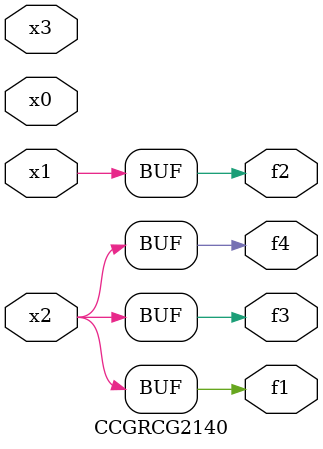
<source format=v>
module CCGRCG2140(
	input x0, x1, x2, x3,
	output f1, f2, f3, f4
);
	assign f1 = x2;
	assign f2 = x1;
	assign f3 = x2;
	assign f4 = x2;
endmodule

</source>
